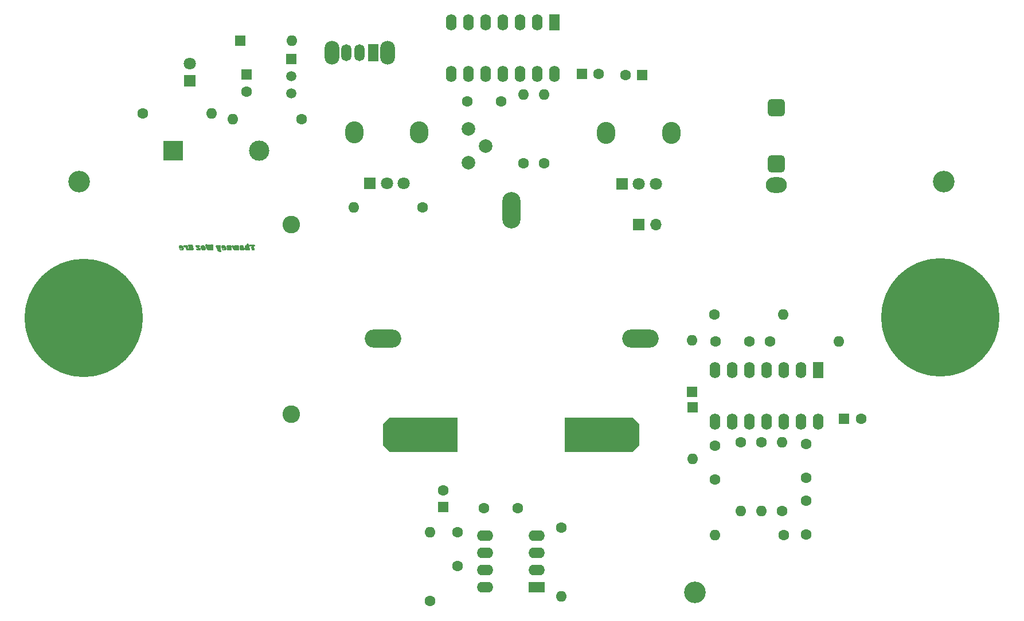
<source format=gbs>
G04 #@! TF.GenerationSoftware,KiCad,Pcbnew,8.0.3*
G04 #@! TF.CreationDate,2024-06-30T20:16:38+01:00*
G04 #@! TF.ProjectId,theremin,74686572-656d-4696-9e2e-6b696361645f,rev?*
G04 #@! TF.SameCoordinates,Original*
G04 #@! TF.FileFunction,Soldermask,Bot*
G04 #@! TF.FilePolarity,Negative*
%FSLAX46Y46*%
G04 Gerber Fmt 4.6, Leading zero omitted, Abs format (unit mm)*
G04 Created by KiCad (PCBNEW 8.0.3) date 2024-06-30 20:16:38*
%MOMM*%
%LPD*%
G01*
G04 APERTURE LIST*
G04 Aperture macros list*
%AMRoundRect*
0 Rectangle with rounded corners*
0 $1 Rounding radius*
0 $2 $3 $4 $5 $6 $7 $8 $9 X,Y pos of 4 corners*
0 Add a 4 corners polygon primitive as box body*
4,1,4,$2,$3,$4,$5,$6,$7,$8,$9,$2,$3,0*
0 Add four circle primitives for the rounded corners*
1,1,$1+$1,$2,$3*
1,1,$1+$1,$4,$5*
1,1,$1+$1,$6,$7*
1,1,$1+$1,$8,$9*
0 Add four rect primitives between the rounded corners*
20,1,$1+$1,$2,$3,$4,$5,0*
20,1,$1+$1,$4,$5,$6,$7,0*
20,1,$1+$1,$6,$7,$8,$9,0*
20,1,$1+$1,$8,$9,$2,$3,0*%
%AMOutline5P*
0 Free polygon, 5 corners , with rotation*
0 The origin of the aperture is its center*
0 number of corners: always 5*
0 $1 to $10 corner X, Y*
0 $11 Rotation angle, in degrees counterclockwise*
0 create outline with 5 corners*
4,1,5,$1,$2,$3,$4,$5,$6,$7,$8,$9,$10,$1,$2,$11*%
%AMOutline6P*
0 Free polygon, 6 corners , with rotation*
0 The origin of the aperture is its center*
0 number of corners: always 6*
0 $1 to $12 corner X, Y*
0 $13 Rotation angle, in degrees counterclockwise*
0 create outline with 6 corners*
4,1,6,$1,$2,$3,$4,$5,$6,$7,$8,$9,$10,$11,$12,$1,$2,$13*%
%AMOutline7P*
0 Free polygon, 7 corners , with rotation*
0 The origin of the aperture is its center*
0 number of corners: always 7*
0 $1 to $14 corner X, Y*
0 $15 Rotation angle, in degrees counterclockwise*
0 create outline with 7 corners*
4,1,7,$1,$2,$3,$4,$5,$6,$7,$8,$9,$10,$11,$12,$13,$14,$1,$2,$15*%
%AMOutline8P*
0 Free polygon, 8 corners , with rotation*
0 The origin of the aperture is its center*
0 number of corners: always 8*
0 $1 to $16 corner X, Y*
0 $17 Rotation angle, in degrees counterclockwise*
0 create outline with 8 corners*
4,1,8,$1,$2,$3,$4,$5,$6,$7,$8,$9,$10,$11,$12,$13,$14,$15,$16,$1,$2,$17*%
G04 Aperture macros list end*
%ADD10C,0.150000*%
%ADD11C,3.200000*%
%ADD12R,1.600000X1.600000*%
%ADD13O,1.600000X1.600000*%
%ADD14C,1.600000*%
%ADD15R,1.800000X1.800000*%
%ADD16C,1.800000*%
%ADD17Outline6P,-5.520000X2.540000X4.504000X2.540000X5.520000X1.524000X5.520000X-1.524000X4.504000X-2.540000X-5.520000X-2.540000X180.000000*%
%ADD18Outline6P,-5.520000X2.540000X4.504000X2.540000X5.520000X1.524000X5.520000X-1.524000X4.504000X-2.540000X-5.520000X-2.540000X0.000000*%
%ADD19O,5.393000X2.692000*%
%ADD20O,2.692000X5.393000*%
%ADD21C,2.000000*%
%ADD22R,2.400000X1.600000*%
%ADD23O,2.400000X1.600000*%
%ADD24C,6.000000*%
%ADD25C,17.500000*%
%ADD26R,1.700000X1.700000*%
%ADD27O,1.700000X1.700000*%
%ADD28R,1.500000X1.500000*%
%ADD29C,1.500000*%
%ADD30R,1.600000X2.400000*%
%ADD31O,1.600000X2.400000*%
%ADD32O,2.200000X3.500000*%
%ADD33R,1.500000X2.500000*%
%ADD34O,1.500000X2.500000*%
%ADD35O,2.720000X3.240000*%
%ADD36O,3.100000X2.300000*%
%ADD37RoundRect,0.650000X-0.650000X-0.650000X0.650000X-0.650000X0.650000X0.650000X-0.650000X0.650000X0*%
%ADD38C,2.600000*%
%ADD39R,3.000000X3.000000*%
%ADD40C,3.000000*%
G04 APERTURE END LIST*
D10*
G36*
X115702566Y-74896863D02*
G01*
X115803194Y-75379732D01*
X115847307Y-75406505D01*
X115895274Y-75425893D01*
X115943543Y-75437912D01*
X115993466Y-75443568D01*
X116024967Y-75444456D01*
X116076235Y-75439716D01*
X116122628Y-75423884D01*
X116143669Y-75410750D01*
X116175565Y-75373110D01*
X116182778Y-75323876D01*
X116180305Y-75307680D01*
X116088470Y-74865356D01*
X116245274Y-74865356D01*
X116262136Y-74815131D01*
X116267050Y-74761846D01*
X116261150Y-74710750D01*
X116247919Y-74663593D01*
X116226044Y-74616683D01*
X116222803Y-74611344D01*
X116193345Y-74571825D01*
X116165406Y-74545886D01*
X115470535Y-74545886D01*
X115457018Y-74594435D01*
X115453927Y-74620625D01*
X115453824Y-74669929D01*
X115459300Y-74708064D01*
X115473946Y-74758622D01*
X115496901Y-74802323D01*
X115518896Y-74827254D01*
X115562616Y-74854603D01*
X115613635Y-74865207D01*
X115620989Y-74865356D01*
X115817849Y-74865356D01*
X115821757Y-74875614D01*
X115811010Y-74891979D01*
X115760520Y-74896787D01*
X115748972Y-74896863D01*
X115702566Y-74896863D01*
G37*
G36*
X114794471Y-75092013D02*
G01*
X114801375Y-75141490D01*
X114800333Y-75171637D01*
X114776677Y-75215698D01*
X114772489Y-75219020D01*
X114774443Y-75232209D01*
X114776886Y-75244421D01*
X114791550Y-75294404D01*
X114816136Y-75342146D01*
X114849452Y-75381683D01*
X114861150Y-75391944D01*
X114903382Y-75419636D01*
X114949478Y-75437071D01*
X114999438Y-75444251D01*
X115009893Y-75444456D01*
X115062861Y-75438684D01*
X115109320Y-75419221D01*
X115136411Y-75395607D01*
X115161840Y-75350511D01*
X115169931Y-75297694D01*
X115166099Y-75247334D01*
X115162301Y-75226591D01*
X115151110Y-75178708D01*
X115140319Y-75141839D01*
X115125166Y-75094730D01*
X115123466Y-75089327D01*
X115113452Y-75059773D01*
X115103194Y-75019229D01*
X115102217Y-74980639D01*
X115119314Y-74968915D01*
X115142273Y-74974533D01*
X115156683Y-75086396D01*
X115173745Y-75135066D01*
X115188325Y-75185698D01*
X115199426Y-75233430D01*
X115206122Y-75285211D01*
X115203420Y-75338014D01*
X115194541Y-75375091D01*
X115237131Y-75405438D01*
X115284545Y-75427115D01*
X115336782Y-75440121D01*
X115386447Y-75444388D01*
X115393843Y-75444456D01*
X115444779Y-75438450D01*
X115490166Y-75418548D01*
X115503997Y-75408064D01*
X115534678Y-75366804D01*
X115541236Y-75315259D01*
X115538679Y-75298643D01*
X115372106Y-74497038D01*
X115325047Y-74476622D01*
X115288086Y-74465531D01*
X115237636Y-74455811D01*
X115193808Y-74453074D01*
X115144643Y-74456739D01*
X115096584Y-74470522D01*
X115072420Y-74484093D01*
X115041405Y-74521967D01*
X115034699Y-74571902D01*
X115037249Y-74588385D01*
X115050682Y-74653598D01*
X115102467Y-74661872D01*
X115151056Y-74679016D01*
X115169872Y-74688036D01*
X115211775Y-74715913D01*
X115226537Y-74738106D01*
X115224094Y-74751539D01*
X115213103Y-74758866D01*
X115172376Y-74727908D01*
X115128425Y-74705328D01*
X115121512Y-74702446D01*
X115073649Y-74687739D01*
X115025175Y-74680818D01*
X114994995Y-74679732D01*
X114944665Y-74682823D01*
X114896033Y-74693148D01*
X114872385Y-74701713D01*
X114828410Y-74726432D01*
X114792320Y-74762279D01*
X114777863Y-74785489D01*
X114761543Y-74831923D01*
X114756243Y-74885132D01*
X114760895Y-74938812D01*
X114764429Y-74957924D01*
X114794471Y-75092013D01*
G37*
G36*
X114297481Y-74664657D02*
G01*
X114348476Y-74667061D01*
X114398613Y-74672900D01*
X114447891Y-74682174D01*
X114480893Y-74690113D01*
X114531920Y-74704865D01*
X114579293Y-74722474D01*
X114592991Y-74748327D01*
X114606893Y-74795991D01*
X114613472Y-74837696D01*
X114614493Y-74888858D01*
X114603718Y-74940094D01*
X114572763Y-74925901D01*
X114523593Y-74910116D01*
X114471140Y-74900939D01*
X114421757Y-74898329D01*
X114396374Y-74898812D01*
X114345553Y-74904435D01*
X114320884Y-74928371D01*
X114325281Y-74940094D01*
X114350682Y-74934721D01*
X114375295Y-74931523D01*
X114424688Y-74929103D01*
X114479978Y-74932935D01*
X114531544Y-74944430D01*
X114579385Y-74963588D01*
X114623501Y-74990408D01*
X114645659Y-75008261D01*
X114679402Y-75043727D01*
X114706740Y-75084570D01*
X114727674Y-75130788D01*
X114742203Y-75182383D01*
X114748815Y-75226897D01*
X114748281Y-75280264D01*
X114734907Y-75332127D01*
X114708009Y-75375335D01*
X114674060Y-75405575D01*
X114626232Y-75429268D01*
X114575155Y-75441148D01*
X114523850Y-75444456D01*
X114482253Y-75442563D01*
X114432783Y-75433779D01*
X114385853Y-75414170D01*
X114400508Y-75370939D01*
X114372908Y-75348224D01*
X114361128Y-75382540D01*
X114327235Y-75419787D01*
X114289371Y-75437494D01*
X114239063Y-75444456D01*
X114193406Y-75439757D01*
X114146323Y-75423734D01*
X114102531Y-75396340D01*
X114086014Y-75382105D01*
X114051401Y-75340574D01*
X114028405Y-75295937D01*
X114013138Y-75244421D01*
X114010696Y-75232209D01*
X114008742Y-75219020D01*
X114012929Y-75215698D01*
X114036586Y-75171637D01*
X114037628Y-75141490D01*
X114035427Y-75125719D01*
X114337249Y-75125719D01*
X114356300Y-75165286D01*
X114392448Y-75176521D01*
X114419803Y-75151609D01*
X114386097Y-75125719D01*
X114337249Y-75125719D01*
X114035427Y-75125719D01*
X114030724Y-75092013D01*
X114002636Y-74957436D01*
X113999396Y-74940161D01*
X113994247Y-74883638D01*
X113998728Y-74833238D01*
X114015642Y-74783138D01*
X114045134Y-74741036D01*
X114087007Y-74707590D01*
X114133838Y-74686164D01*
X114181551Y-74673622D01*
X114236254Y-74666455D01*
X114287179Y-74664588D01*
X114297481Y-74664657D01*
G37*
G36*
X113628944Y-75049271D02*
G01*
X113636872Y-75098086D01*
X113637004Y-75103004D01*
X113619663Y-75124986D01*
X113613313Y-75124986D01*
X113606963Y-75123521D01*
X113598819Y-75074334D01*
X113597926Y-75070032D01*
X113586556Y-75020117D01*
X113574214Y-74969776D01*
X113570570Y-74955237D01*
X113558377Y-74904673D01*
X113545982Y-74850027D01*
X113533934Y-74794724D01*
X113522714Y-74741759D01*
X113518791Y-74722963D01*
X113475271Y-74700412D01*
X113425059Y-74684011D01*
X113372890Y-74676722D01*
X113356858Y-74676312D01*
X113307001Y-74680746D01*
X113258588Y-74698377D01*
X113251101Y-74703179D01*
X113217887Y-74740514D01*
X113206160Y-74779383D01*
X113217991Y-74827678D01*
X113230584Y-74874882D01*
X113246182Y-74926722D01*
X113261530Y-74974473D01*
X113279616Y-75026373D01*
X113297342Y-75072383D01*
X113317566Y-75118617D01*
X113326083Y-75135977D01*
X113311184Y-75140129D01*
X113296774Y-75134512D01*
X113271316Y-75092056D01*
X113250407Y-75040916D01*
X113231687Y-74988238D01*
X113225944Y-74971113D01*
X113210757Y-74921797D01*
X113195166Y-74869949D01*
X113180152Y-74818192D01*
X113166839Y-74769527D01*
X113164394Y-74760087D01*
X113154381Y-74720276D01*
X113108750Y-74697676D01*
X113079642Y-74688524D01*
X113031289Y-74678995D01*
X112988051Y-74676312D01*
X112938484Y-74681565D01*
X112891514Y-74701316D01*
X112868861Y-74720764D01*
X112843923Y-74765196D01*
X112840022Y-74816752D01*
X112843459Y-74839222D01*
X112857744Y-74890564D01*
X112875481Y-74939165D01*
X112896460Y-74989676D01*
X112918228Y-75038173D01*
X112942256Y-75088167D01*
X112965133Y-75133138D01*
X112989740Y-75179255D01*
X112997088Y-75192642D01*
X113021722Y-75236549D01*
X113046612Y-75279116D01*
X113072830Y-75320905D01*
X113087946Y-75342607D01*
X113121973Y-75381647D01*
X113160385Y-75412004D01*
X113181736Y-75423207D01*
X113228960Y-75436965D01*
X113280379Y-75443128D01*
X113324374Y-75444456D01*
X113375527Y-75440884D01*
X113396425Y-75438106D01*
X113444411Y-75428950D01*
X113455288Y-75425161D01*
X113469484Y-75377762D01*
X113474339Y-75356528D01*
X113483879Y-75307852D01*
X113487039Y-75286431D01*
X113517081Y-75309145D01*
X113514883Y-75339676D01*
X113509021Y-75373625D01*
X113523920Y-75395363D01*
X113547612Y-75425893D01*
X113595285Y-75437205D01*
X113644038Y-75442643D01*
X113694931Y-75444438D01*
X113700996Y-75444456D01*
X113753227Y-75442215D01*
X113804871Y-75434468D01*
X113853910Y-75419555D01*
X113861952Y-75416124D01*
X113881761Y-75371334D01*
X113898325Y-75321868D01*
X113910324Y-75273973D01*
X113917639Y-75235628D01*
X113924046Y-75186757D01*
X113928091Y-75132252D01*
X113929680Y-75081049D01*
X113929534Y-75025708D01*
X113928087Y-74976429D01*
X113927653Y-74966228D01*
X113944747Y-74918532D01*
X113948286Y-74868897D01*
X113942552Y-74824079D01*
X113928232Y-74774300D01*
X113906946Y-74728767D01*
X113878696Y-74687480D01*
X113872210Y-74679732D01*
X113709789Y-74679732D01*
X113656685Y-74684240D01*
X113610340Y-74701550D01*
X113586202Y-74725893D01*
X113574119Y-74776189D01*
X113578538Y-74826633D01*
X113581317Y-74841176D01*
X113628944Y-75049271D01*
G37*
G36*
X112116348Y-75092013D02*
G01*
X112123252Y-75141490D01*
X112122210Y-75171637D01*
X112098554Y-75215698D01*
X112094367Y-75219020D01*
X112096565Y-75232209D01*
X112099007Y-75244421D01*
X112113671Y-75294404D01*
X112138258Y-75342146D01*
X112171574Y-75381683D01*
X112183271Y-75391944D01*
X112225374Y-75419636D01*
X112271389Y-75437071D01*
X112321316Y-75444251D01*
X112331771Y-75444456D01*
X112384767Y-75438684D01*
X112431324Y-75419221D01*
X112458533Y-75395607D01*
X112483823Y-75350511D01*
X112491837Y-75297694D01*
X112487978Y-75247334D01*
X112484178Y-75226591D01*
X112473056Y-75178708D01*
X112462441Y-75141839D01*
X112447287Y-75094730D01*
X112445588Y-75089327D01*
X112435574Y-75059773D01*
X112425071Y-75019229D01*
X112424094Y-74980639D01*
X112441191Y-74968915D01*
X112464150Y-74974533D01*
X112478805Y-75086396D01*
X112495867Y-75135066D01*
X112510447Y-75185698D01*
X112521547Y-75233430D01*
X112528243Y-75285211D01*
X112525541Y-75338014D01*
X112516662Y-75375091D01*
X112559252Y-75405438D01*
X112606666Y-75427115D01*
X112658903Y-75440121D01*
X112708568Y-75444388D01*
X112715965Y-75444456D01*
X112766860Y-75438450D01*
X112812114Y-75418548D01*
X112825874Y-75408064D01*
X112856722Y-75366804D01*
X112863354Y-75315259D01*
X112860801Y-75298643D01*
X112791924Y-74966228D01*
X112806932Y-74915596D01*
X112808044Y-74865890D01*
X112802182Y-74825789D01*
X112787933Y-74775776D01*
X112766863Y-74730152D01*
X112738970Y-74688917D01*
X112732573Y-74681197D01*
X112612894Y-74681197D01*
X112563796Y-74694027D01*
X112539133Y-74717589D01*
X112573765Y-74753045D01*
X112578456Y-74764240D01*
X112559405Y-74785489D01*
X112525035Y-74748944D01*
X112483110Y-74717345D01*
X112450961Y-74699027D01*
X112403183Y-74679420D01*
X112353212Y-74667952D01*
X112305881Y-74664588D01*
X112251125Y-74668237D01*
X112203360Y-74679182D01*
X112157982Y-74700217D01*
X112128805Y-74722963D01*
X112097588Y-74764789D01*
X112079895Y-74816752D01*
X112075509Y-74870534D01*
X112079991Y-74922809D01*
X112085085Y-74951085D01*
X112116348Y-75092013D01*
G37*
G36*
X111607332Y-74662058D02*
G01*
X111665068Y-74669168D01*
X111720366Y-74683387D01*
X111773226Y-74704716D01*
X111823647Y-74733155D01*
X111863801Y-74762286D01*
X111880426Y-74776141D01*
X111918657Y-74813400D01*
X111952129Y-74854403D01*
X111980843Y-74899152D01*
X112004799Y-74947645D01*
X112023996Y-74999883D01*
X112038435Y-75055866D01*
X112046045Y-75100921D01*
X112049997Y-75153784D01*
X112047772Y-75202806D01*
X112036947Y-75256564D01*
X112017226Y-75304793D01*
X111988609Y-75347491D01*
X111965666Y-75372278D01*
X111925354Y-75403262D01*
X111877967Y-75426809D01*
X111823505Y-75442921D01*
X111772715Y-75450667D01*
X111717011Y-75453249D01*
X111676216Y-75452235D01*
X111624841Y-75447732D01*
X111571168Y-75438360D01*
X111521861Y-75424428D01*
X111488382Y-75411527D01*
X111443021Y-75387953D01*
X111400717Y-75359948D01*
X111396667Y-75350365D01*
X111382887Y-75303284D01*
X111379577Y-75282618D01*
X111378002Y-75232453D01*
X111378261Y-75227694D01*
X111392901Y-75179208D01*
X111397805Y-75182175D01*
X111442807Y-75204127D01*
X111490598Y-75220729D01*
X111516771Y-75227582D01*
X111567611Y-75235842D01*
X111617116Y-75238315D01*
X111633683Y-75238025D01*
X111683570Y-75233076D01*
X111733620Y-75219752D01*
X111742442Y-75216515D01*
X111778805Y-75181895D01*
X111770501Y-75166752D01*
X111763178Y-75171661D01*
X111717617Y-75193003D01*
X111668435Y-75204089D01*
X111617849Y-75207296D01*
X111602045Y-75207077D01*
X111549319Y-75202852D01*
X111500612Y-75193252D01*
X111449871Y-75175697D01*
X111404381Y-75151120D01*
X111398662Y-75147324D01*
X111357701Y-75112901D01*
X111325259Y-75071273D01*
X111301335Y-75022440D01*
X111287388Y-74973800D01*
X111285507Y-74962076D01*
X111590005Y-74962076D01*
X111629084Y-74988210D01*
X111669628Y-74976487D01*
X111663809Y-74963206D01*
X111620535Y-74937408D01*
X111590005Y-74962076D01*
X111285507Y-74962076D01*
X111282202Y-74941476D01*
X111281078Y-74888031D01*
X111290076Y-74838560D01*
X111309195Y-74793063D01*
X111338435Y-74751539D01*
X111370729Y-74720827D01*
X111415721Y-74693028D01*
X111468590Y-74673877D01*
X111520175Y-74664346D01*
X111577549Y-74661169D01*
X111607332Y-74662058D01*
G37*
G36*
X110927863Y-75085175D02*
G01*
X110931038Y-75100806D01*
X110933969Y-75116682D01*
X110919803Y-75120101D01*
X110893913Y-75089815D01*
X110882617Y-75038875D01*
X110869733Y-74986928D01*
X110855262Y-74933973D01*
X110841297Y-74886811D01*
X110839203Y-74880011D01*
X110822793Y-74828659D01*
X110805681Y-74778332D01*
X110788346Y-74731659D01*
X110780340Y-74711972D01*
X110733895Y-74689027D01*
X110685963Y-74676434D01*
X110632592Y-74671711D01*
X110626956Y-74671672D01*
X110575068Y-74675202D01*
X110525334Y-74688757D01*
X110494332Y-74707819D01*
X110465450Y-74747448D01*
X110462824Y-74794526D01*
X110478538Y-74843749D01*
X110496398Y-74893964D01*
X110514121Y-74942564D01*
X110524374Y-74970381D01*
X110543685Y-75019940D01*
X110563915Y-75070310D01*
X110585063Y-75121491D01*
X110607130Y-75173484D01*
X110630115Y-75226287D01*
X110654018Y-75279901D01*
X110663836Y-75301574D01*
X110686288Y-75346680D01*
X110710991Y-75391963D01*
X110715371Y-75399759D01*
X110741944Y-75444181D01*
X110770344Y-75485483D01*
X110785469Y-75504784D01*
X110819311Y-75542968D01*
X110861008Y-75582398D01*
X110903890Y-75614856D01*
X110947957Y-75640341D01*
X110993208Y-75658854D01*
X111016279Y-75665496D01*
X111066721Y-75675346D01*
X111116323Y-75679681D01*
X111130340Y-75679906D01*
X111180547Y-75676471D01*
X111228016Y-75664396D01*
X111273073Y-75637831D01*
X111285923Y-75624951D01*
X111312046Y-75580915D01*
X111318580Y-75528977D01*
X111314988Y-75502341D01*
X111299757Y-75453116D01*
X111274887Y-75405852D01*
X111243913Y-75364588D01*
X111206300Y-75361902D01*
X111157165Y-75366076D01*
X111140842Y-75368741D01*
X111088837Y-75379012D01*
X111039085Y-75388662D01*
X111031422Y-75389990D01*
X111021896Y-75391944D01*
X111006753Y-75392921D01*
X110989412Y-75387547D01*
X110978177Y-75365321D01*
X111130096Y-75334547D01*
X111171756Y-75302416D01*
X111199279Y-75258430D01*
X111210207Y-75230743D01*
X111223534Y-75177666D01*
X111230211Y-75124086D01*
X111232232Y-75072858D01*
X111230835Y-75016736D01*
X111227060Y-74966228D01*
X111244153Y-74918635D01*
X111247693Y-74869276D01*
X111241959Y-74824812D01*
X111227767Y-74775314D01*
X111206563Y-74730015D01*
X111178346Y-74688914D01*
X111171861Y-74681197D01*
X110999182Y-74681197D01*
X110950285Y-74686158D01*
X110902553Y-74707442D01*
X110879991Y-74732000D01*
X110863810Y-74778589D01*
X110861723Y-74829301D01*
X110862650Y-74842642D01*
X110879294Y-74895070D01*
X110894607Y-74947848D01*
X110908586Y-75000977D01*
X110921234Y-75054457D01*
X110927863Y-75085175D01*
G37*
G36*
X109882748Y-75443723D02*
G01*
X109931823Y-75442030D01*
X109981488Y-75435298D01*
X109989482Y-75433465D01*
X110035968Y-75417987D01*
X110069838Y-75392921D01*
X110081945Y-75340711D01*
X110092438Y-75286664D01*
X110101316Y-75230779D01*
X110108581Y-75173056D01*
X110113401Y-75123551D01*
X110115755Y-75093235D01*
X110118972Y-75036708D01*
X110120930Y-74979723D01*
X110121629Y-74922280D01*
X110121068Y-74864379D01*
X110119247Y-74806020D01*
X110116167Y-74747204D01*
X110111828Y-74687929D01*
X110106230Y-74628196D01*
X110068149Y-74592493D01*
X110026593Y-74566205D01*
X110009021Y-74557854D01*
X109961059Y-74541566D01*
X109910839Y-74533582D01*
X109886900Y-74532697D01*
X109836378Y-74535692D01*
X109785176Y-74547485D01*
X109742552Y-74570555D01*
X109712799Y-74609851D01*
X109706889Y-74661490D01*
X109709579Y-74678510D01*
X109723771Y-74728882D01*
X109736718Y-74778656D01*
X109749879Y-74831651D01*
X109761725Y-74880896D01*
X109773884Y-74933451D01*
X109784806Y-74982991D01*
X109791401Y-75014344D01*
X109794576Y-75049759D01*
X109778456Y-75062460D01*
X109765023Y-75060262D01*
X109761359Y-75039745D01*
X109756474Y-75015810D01*
X109745269Y-74964076D01*
X109734113Y-74915678D01*
X109721694Y-74864359D01*
X109708013Y-74810118D01*
X109701764Y-74785977D01*
X109687460Y-74732190D01*
X109674255Y-74684738D01*
X109658891Y-74633035D01*
X109645344Y-74591804D01*
X109600702Y-74571583D01*
X109553485Y-74558850D01*
X109503692Y-74553608D01*
X109493424Y-74553458D01*
X109440916Y-74556200D01*
X109390247Y-74566510D01*
X109365197Y-74576661D01*
X109328049Y-74609705D01*
X109318592Y-74657730D01*
X109319035Y-74661169D01*
X109332797Y-74711418D01*
X109348069Y-74761049D01*
X109359091Y-74793793D01*
X109375492Y-74840993D01*
X109392054Y-74888010D01*
X109410191Y-74938939D01*
X109412092Y-74944247D01*
X109429074Y-74991869D01*
X109445797Y-75039547D01*
X109451659Y-75056842D01*
X109437981Y-75059773D01*
X109420396Y-75052935D01*
X109401589Y-75019718D01*
X109382791Y-74971060D01*
X109364437Y-74921256D01*
X109346526Y-74870307D01*
X109329060Y-74818213D01*
X109319279Y-74787931D01*
X109302965Y-74736106D01*
X109288218Y-74687273D01*
X109273281Y-74635127D01*
X109260389Y-74586889D01*
X109257486Y-74575440D01*
X109209520Y-74552900D01*
X109160028Y-74539752D01*
X109111008Y-74533741D01*
X109077967Y-74532697D01*
X109027344Y-74537372D01*
X108978435Y-74555324D01*
X108947542Y-74580569D01*
X108922767Y-74624668D01*
X108917214Y-74674963D01*
X108921652Y-74708552D01*
X108937046Y-74759094D01*
X108954319Y-74805700D01*
X108973319Y-74853865D01*
X108996504Y-74910510D01*
X109018066Y-74961930D01*
X109029852Y-74989676D01*
X109051432Y-75040280D01*
X109072147Y-75087589D01*
X109094762Y-75137621D01*
X109116248Y-75183348D01*
X109121443Y-75194107D01*
X109145228Y-75242140D01*
X109168858Y-75286745D01*
X109184457Y-75313053D01*
X109215021Y-75352638D01*
X109253655Y-75387475D01*
X109297542Y-75413193D01*
X109347374Y-75430575D01*
X109398436Y-75440116D01*
X109449082Y-75443604D01*
X109460940Y-75443723D01*
X109512288Y-75439144D01*
X109546669Y-75432000D01*
X109594702Y-75417131D01*
X109617744Y-75405866D01*
X109631387Y-75356824D01*
X109634353Y-75341385D01*
X109641174Y-75291986D01*
X109641680Y-75276173D01*
X109673920Y-75304993D01*
X109673651Y-75355771D01*
X109669768Y-75386082D01*
X109714037Y-75411300D01*
X109764290Y-75429313D01*
X109813170Y-75439164D01*
X109866631Y-75443498D01*
X109882748Y-75443723D01*
G37*
G36*
X108551520Y-74658902D02*
G01*
X108602328Y-74663625D01*
X108651073Y-74673595D01*
X108697755Y-74688812D01*
X108742373Y-74709277D01*
X108784928Y-74734990D01*
X108825420Y-74765949D01*
X108840832Y-74779689D01*
X108876374Y-74816718D01*
X108907646Y-74857575D01*
X108934649Y-74902260D01*
X108957382Y-74950773D01*
X108975846Y-75003115D01*
X108990040Y-75059285D01*
X108997711Y-75104542D01*
X109001739Y-75157712D01*
X108999590Y-75207100D01*
X108988857Y-75261377D01*
X108969228Y-75310209D01*
X108940703Y-75353598D01*
X108935652Y-75359728D01*
X108895274Y-75397195D01*
X108846107Y-75425124D01*
X108796968Y-75441473D01*
X108741372Y-75450816D01*
X108690110Y-75453249D01*
X108637816Y-75450667D01*
X108587943Y-75442921D01*
X108540491Y-75430011D01*
X108486744Y-75407703D01*
X108436483Y-75377959D01*
X108397263Y-75347491D01*
X108382358Y-75333984D01*
X108347985Y-75297693D01*
X108317739Y-75257801D01*
X108291618Y-75214307D01*
X108269625Y-75167212D01*
X108251757Y-75116515D01*
X108238016Y-75062216D01*
X108232044Y-75029107D01*
X108226689Y-74976578D01*
X108227117Y-74954993D01*
X108576781Y-74954993D01*
X108580319Y-74993238D01*
X108589482Y-75042432D01*
X108609998Y-75140618D01*
X108620256Y-75166752D01*
X108637109Y-75174323D01*
X108651519Y-75169683D01*
X108626362Y-75049271D01*
X108624764Y-75041339D01*
X108616383Y-74990987D01*
X108609754Y-74940094D01*
X108591924Y-74933256D01*
X108576781Y-74954993D01*
X108227117Y-74954993D01*
X108227852Y-74917920D01*
X108237291Y-74864036D01*
X108255008Y-74814926D01*
X108281003Y-74770590D01*
X108296934Y-74750555D01*
X108333433Y-74716397D01*
X108376115Y-74690122D01*
X108424978Y-74671729D01*
X108480025Y-74661219D01*
X108530619Y-74658482D01*
X108551520Y-74658902D01*
G37*
G36*
X107507974Y-74857052D02*
G01*
X107522237Y-74904537D01*
X107524583Y-74911030D01*
X107543831Y-74957719D01*
X107549007Y-74967694D01*
X107585288Y-75004841D01*
X107623392Y-75039348D01*
X107663320Y-75071213D01*
X107705071Y-75100436D01*
X107729747Y-75115949D01*
X107779774Y-75119498D01*
X107828409Y-75126276D01*
X107859440Y-75134023D01*
X107902373Y-75157482D01*
X107905846Y-75164798D01*
X107901694Y-75181162D01*
X107854486Y-75164103D01*
X107818651Y-75156249D01*
X107768459Y-75149288D01*
X107721443Y-75146968D01*
X107591505Y-75146968D01*
X107580221Y-75195118D01*
X107578072Y-75216089D01*
X107578401Y-75266066D01*
X107581003Y-75283011D01*
X107596404Y-75332875D01*
X107622290Y-75376146D01*
X107647926Y-75400981D01*
X107692561Y-75424245D01*
X107742725Y-75431969D01*
X107746355Y-75432000D01*
X108225560Y-75432000D01*
X108247265Y-75385040D01*
X108254319Y-75330867D01*
X108251631Y-75280931D01*
X108243634Y-75232697D01*
X108229348Y-75182312D01*
X108211196Y-75136052D01*
X108201868Y-75115217D01*
X108160683Y-75079374D01*
X108118986Y-75046108D01*
X108079040Y-75016181D01*
X108035214Y-74984948D01*
X107995727Y-74957924D01*
X107955104Y-74929139D01*
X107937353Y-74916159D01*
X107952252Y-74900283D01*
X107962022Y-74901748D01*
X108005446Y-74927684D01*
X108047745Y-74959780D01*
X108056788Y-74966961D01*
X108140075Y-74966961D01*
X108153504Y-74915613D01*
X108155616Y-74866190D01*
X108150089Y-74824079D01*
X108135933Y-74776058D01*
X108117605Y-74738838D01*
X108088276Y-74698920D01*
X108069489Y-74681197D01*
X107515057Y-74681197D01*
X107500556Y-74731399D01*
X107498094Y-74780459D01*
X107503009Y-74830101D01*
X107507974Y-74857052D01*
G37*
G36*
X106764499Y-74545886D02*
G01*
X106376886Y-74545886D01*
X106364848Y-74593995D01*
X106362964Y-74617694D01*
X106364643Y-74667282D01*
X106367849Y-74687303D01*
X106381404Y-74734518D01*
X106406077Y-74780013D01*
X106416209Y-74791839D01*
X106458533Y-74820081D01*
X106497542Y-74826766D01*
X106768651Y-74826766D01*
X106797472Y-74846794D01*
X106798449Y-74852167D01*
X106798205Y-74857785D01*
X106477270Y-74857785D01*
X106467767Y-74907287D01*
X106467500Y-74911274D01*
X106470463Y-74961458D01*
X106472629Y-74973800D01*
X106485437Y-75021432D01*
X106506412Y-75069334D01*
X106528561Y-75101539D01*
X106674374Y-75101539D01*
X106726720Y-75102176D01*
X106776898Y-75104687D01*
X106814325Y-75109599D01*
X106861772Y-75122450D01*
X106862441Y-75122788D01*
X106874164Y-75138664D01*
X106868058Y-75153807D01*
X106820374Y-75141824D01*
X106791122Y-75137198D01*
X106741319Y-75133867D01*
X106691738Y-75132599D01*
X106680724Y-75132558D01*
X106491924Y-75132558D01*
X106476800Y-75180254D01*
X106474342Y-75229889D01*
X106480445Y-75274707D01*
X106493789Y-75323170D01*
X106510487Y-75364100D01*
X106535723Y-75406733D01*
X106559091Y-75432732D01*
X107062475Y-75432732D01*
X107114800Y-75427855D01*
X107163913Y-75409514D01*
X107187284Y-75391455D01*
X107214269Y-75348922D01*
X107220503Y-75297568D01*
X107215860Y-75262251D01*
X107080061Y-74609145D01*
X107044130Y-74574894D01*
X106996286Y-74561030D01*
X106946747Y-74553709D01*
X106892430Y-74549214D01*
X106836963Y-74546833D01*
X106783522Y-74545946D01*
X106764499Y-74545886D01*
G37*
G36*
X106275281Y-75441036D02*
G01*
X106325797Y-75437544D01*
X106373741Y-75424413D01*
X106396914Y-75411483D01*
X106428787Y-75373137D01*
X106431828Y-75323878D01*
X106431108Y-75320136D01*
X106357591Y-74966228D01*
X106372598Y-74915596D01*
X106373711Y-74865890D01*
X106367849Y-74825789D01*
X106353600Y-74775776D01*
X106332529Y-74730152D01*
X106304637Y-74688917D01*
X106298240Y-74681197D01*
X106195169Y-74681197D01*
X106143649Y-74688547D01*
X106101274Y-74718407D01*
X106092587Y-74733465D01*
X106125194Y-74771356D01*
X106132399Y-74782069D01*
X106153892Y-74824323D01*
X106151450Y-74843374D01*
X106134108Y-74849480D01*
X106110493Y-74804906D01*
X106079145Y-74762350D01*
X106042736Y-74727832D01*
X106015651Y-74709285D01*
X105970783Y-74687870D01*
X105921816Y-74675345D01*
X105873745Y-74671672D01*
X105821826Y-74675091D01*
X105773836Y-74686912D01*
X105729724Y-74712243D01*
X105726711Y-74714903D01*
X105723880Y-74767663D01*
X105729192Y-74820328D01*
X105734527Y-74849236D01*
X105747474Y-74897288D01*
X105767996Y-74946894D01*
X105795099Y-74993095D01*
X105842772Y-75009490D01*
X105862755Y-75014100D01*
X105912297Y-75021238D01*
X105945797Y-75022648D01*
X105995550Y-75020124D01*
X106018337Y-75016787D01*
X106063278Y-75006040D01*
X106071826Y-75021916D01*
X106062057Y-75037303D01*
X106020291Y-75048782D01*
X106091854Y-75393409D01*
X106140135Y-75416432D01*
X106191005Y-75431920D01*
X106244463Y-75439874D01*
X106275281Y-75441036D01*
G37*
G36*
X105324429Y-74662058D02*
G01*
X105382165Y-74669168D01*
X105437463Y-74683387D01*
X105490323Y-74704716D01*
X105540744Y-74733155D01*
X105580898Y-74762286D01*
X105597523Y-74776141D01*
X105635754Y-74813400D01*
X105669226Y-74854403D01*
X105697940Y-74899152D01*
X105721896Y-74947645D01*
X105741093Y-74999883D01*
X105755532Y-75055866D01*
X105763142Y-75100921D01*
X105767094Y-75153784D01*
X105764869Y-75202806D01*
X105754044Y-75256564D01*
X105734323Y-75304793D01*
X105705706Y-75347491D01*
X105682763Y-75372278D01*
X105642451Y-75403262D01*
X105595064Y-75426809D01*
X105540602Y-75442921D01*
X105489812Y-75450667D01*
X105434108Y-75453249D01*
X105393313Y-75452235D01*
X105341938Y-75447732D01*
X105288265Y-75438360D01*
X105238958Y-75424428D01*
X105205479Y-75411527D01*
X105160118Y-75387953D01*
X105117814Y-75359948D01*
X105113764Y-75350365D01*
X105099984Y-75303284D01*
X105096674Y-75282618D01*
X105095099Y-75232453D01*
X105095358Y-75227694D01*
X105109998Y-75179208D01*
X105114902Y-75182175D01*
X105159904Y-75204127D01*
X105207695Y-75220729D01*
X105233868Y-75227582D01*
X105284708Y-75235842D01*
X105334213Y-75238315D01*
X105350780Y-75238025D01*
X105400667Y-75233076D01*
X105450717Y-75219752D01*
X105459539Y-75216515D01*
X105495902Y-75181895D01*
X105487598Y-75166752D01*
X105480275Y-75171661D01*
X105434714Y-75193003D01*
X105385532Y-75204089D01*
X105334946Y-75207296D01*
X105319142Y-75207077D01*
X105266416Y-75202852D01*
X105217709Y-75193252D01*
X105166968Y-75175697D01*
X105121478Y-75151120D01*
X105115759Y-75147324D01*
X105074798Y-75112901D01*
X105042356Y-75071273D01*
X105018432Y-75022440D01*
X105004485Y-74973800D01*
X105002604Y-74962076D01*
X105307102Y-74962076D01*
X105346181Y-74988210D01*
X105386725Y-74976487D01*
X105380906Y-74963206D01*
X105337632Y-74937408D01*
X105307102Y-74962076D01*
X105002604Y-74962076D01*
X104999299Y-74941476D01*
X104998175Y-74888031D01*
X105007173Y-74838560D01*
X105026292Y-74793063D01*
X105055532Y-74751539D01*
X105087826Y-74720827D01*
X105132818Y-74693028D01*
X105185687Y-74673877D01*
X105237272Y-74664346D01*
X105294646Y-74661169D01*
X105324429Y-74662058D01*
G37*
D11*
G04 #@! TO.C,EF\u002A\u002A*
X90316000Y-65302000D03*
G04 #@! TD*
G04 #@! TO.C,EF\u002A\u002A*
X218016000Y-65302000D03*
G04 #@! TD*
G04 #@! TO.C,EF\u002A\u002A*
X181216000Y-126002000D03*
G04 #@! TD*
D12*
G04 #@! TO.C,D1*
X180816000Y-96312000D03*
D13*
X180816000Y-88692000D03*
G04 #@! TD*
D14*
G04 #@! TO.C,R9*
X142128000Y-127226000D03*
D13*
X142128000Y-117066000D03*
G04 #@! TD*
D15*
G04 #@! TO.C,D3*
X106616000Y-50342000D03*
D16*
X106616000Y-47802000D03*
G04 #@! TD*
D14*
G04 #@! TO.C,R2*
X184116000Y-84884000D03*
D13*
X194276000Y-84884000D03*
G04 #@! TD*
D17*
G04 #@! TO.C,LS1*
X140692000Y-102656600D03*
D18*
X167492000Y-102696600D03*
D19*
X135162000Y-88466600D03*
D20*
X154162000Y-69466600D03*
D19*
X173162000Y-88466600D03*
G04 #@! TD*
D21*
G04 #@! TO.C,RV1*
X147806000Y-57512000D03*
X150306000Y-60012000D03*
X147806000Y-62512000D03*
G04 #@! TD*
D14*
G04 #@! TO.C,R8*
X194082000Y-113978000D03*
D13*
X194082000Y-103818000D03*
G04 #@! TD*
D14*
G04 #@! TO.C,R7*
X191034000Y-103818000D03*
D13*
X191034000Y-113978000D03*
G04 #@! TD*
D22*
G04 #@! TO.C,U3*
X157866000Y-125184000D03*
D23*
X157866000Y-122644000D03*
X157866000Y-120104000D03*
X157866000Y-117564000D03*
X150246000Y-117564000D03*
X150246000Y-120104000D03*
X150246000Y-122644000D03*
X150246000Y-125184000D03*
G04 #@! TD*
D24*
G04 #@! TO.C,H1*
X90941248Y-82370649D03*
X90941248Y-88370649D03*
D25*
X90966000Y-85384000D03*
G04 #@! TD*
D26*
G04 #@! TO.C,J3*
X172941000Y-71602000D03*
D27*
X175481000Y-71602000D03*
G04 #@! TD*
D14*
G04 #@! TO.C,R10*
X123120000Y-56024000D03*
D13*
X112960000Y-56024000D03*
G04 #@! TD*
D12*
G04 #@! TO.C,C9*
X203272900Y-100368000D03*
D14*
X205772900Y-100368000D03*
G04 #@! TD*
G04 #@! TO.C,R11*
X141018000Y-69052000D03*
D13*
X130858000Y-69052000D03*
G04 #@! TD*
D14*
G04 #@! TO.C,R5*
X187986000Y-103818000D03*
D13*
X187986000Y-113978000D03*
G04 #@! TD*
D14*
G04 #@! TO.C,R4*
X155894000Y-62592000D03*
D13*
X155894000Y-52432000D03*
G04 #@! TD*
D12*
G04 #@! TO.C,D4*
X114072000Y-44484000D03*
D13*
X121692000Y-44484000D03*
G04 #@! TD*
D14*
G04 #@! TO.C,C1*
X184276000Y-88884000D03*
X189276000Y-88884000D03*
G04 #@! TD*
G04 #@! TO.C,C3*
X184176000Y-104326000D03*
X184176000Y-109326000D03*
G04 #@! TD*
D28*
G04 #@! TO.C,U4*
X121596000Y-47134000D03*
D29*
X121596000Y-49674000D03*
X121596000Y-52214000D03*
G04 #@! TD*
D14*
G04 #@! TO.C,R1*
X192316000Y-88884000D03*
D13*
X202476000Y-88884000D03*
G04 #@! TD*
D12*
G04 #@! TO.C,C6*
X173446000Y-49484000D03*
D14*
X170946000Y-49484000D03*
G04 #@! TD*
G04 #@! TO.C,R3*
X158942000Y-62592000D03*
D13*
X158942000Y-52432000D03*
G04 #@! TD*
D12*
G04 #@! TO.C,D2*
X180858000Y-98634000D03*
D13*
X180858000Y-106254000D03*
G04 #@! TD*
D14*
G04 #@! TO.C,R12*
X161484000Y-116386000D03*
D13*
X161484000Y-126546000D03*
G04 #@! TD*
D30*
G04 #@! TO.C,U2*
X160466000Y-41764000D03*
D31*
X157926000Y-41764000D03*
X155386000Y-41764000D03*
X152846000Y-41764000D03*
X150306000Y-41764000D03*
X147766000Y-41764000D03*
X145226000Y-41764000D03*
X145226000Y-49384000D03*
X147766000Y-49384000D03*
X150306000Y-49384000D03*
X152846000Y-49384000D03*
X155386000Y-49384000D03*
X157926000Y-49384000D03*
X160466000Y-49384000D03*
G04 #@! TD*
D12*
G04 #@! TO.C,C8*
X144046000Y-113389100D03*
D14*
X144046000Y-110889100D03*
G04 #@! TD*
G04 #@! TO.C,C5*
X197638000Y-109072000D03*
X197638000Y-104072000D03*
G04 #@! TD*
D24*
G04 #@! TO.C,H2*
X217441248Y-82330649D03*
X217441248Y-88330649D03*
D25*
X217466000Y-85344000D03*
G04 #@! TD*
D32*
G04 #@! TO.C,SW1*
X135816000Y-46202000D03*
X127616000Y-46202000D03*
D33*
X133716000Y-46202000D03*
D34*
X131716000Y-46202000D03*
X129716000Y-46202000D03*
G04 #@! TD*
D14*
G04 #@! TO.C,C12*
X155082000Y-113510000D03*
X150082000Y-113510000D03*
G04 #@! TD*
D12*
G04 #@! TO.C,C11*
X114992000Y-49480900D03*
D14*
X114992000Y-51980900D03*
G04 #@! TD*
G04 #@! TO.C,C4*
X197638000Y-112454000D03*
X197638000Y-117454000D03*
G04 #@! TD*
D35*
G04 #@! TO.C,RV3*
X130946000Y-58009000D03*
X140546000Y-58009000D03*
D15*
X133246000Y-65509000D03*
D16*
X135746000Y-65509000D03*
X138246000Y-65509000D03*
G04 #@! TD*
D14*
G04 #@! TO.C,R6*
X194336000Y-117534000D03*
D13*
X184176000Y-117534000D03*
G04 #@! TD*
D35*
G04 #@! TO.C,RV2*
X168146000Y-58109000D03*
X177746000Y-58109000D03*
D15*
X170446000Y-65609000D03*
D16*
X172946000Y-65609000D03*
X175446000Y-65609000D03*
G04 #@! TD*
D14*
G04 #@! TO.C,C2*
X147592000Y-53448000D03*
X152592000Y-53448000D03*
G04 #@! TD*
D30*
G04 #@! TO.C,U1*
X199416000Y-93150000D03*
D31*
X196876000Y-93150000D03*
X194336000Y-93150000D03*
X191796000Y-93150000D03*
X189256000Y-93150000D03*
X186716000Y-93150000D03*
X184176000Y-93150000D03*
X184176000Y-100770000D03*
X186716000Y-100770000D03*
X189256000Y-100770000D03*
X191796000Y-100770000D03*
X194336000Y-100770000D03*
X196876000Y-100770000D03*
X199416000Y-100770000D03*
G04 #@! TD*
D12*
G04 #@! TO.C,C10*
X164530000Y-49384000D03*
D14*
X167030000Y-49384000D03*
G04 #@! TD*
G04 #@! TO.C,R13*
X99736000Y-55202000D03*
D13*
X109896000Y-55202000D03*
G04 #@! TD*
D36*
G04 #@! TO.C,J1*
X193246000Y-65786500D03*
D37*
X193246000Y-54386500D03*
X193246000Y-62686500D03*
G04 #@! TD*
D14*
G04 #@! TO.C,C7*
X146192000Y-117066000D03*
X146192000Y-122066000D03*
G04 #@! TD*
D38*
G04 #@! TO.C,BT1*
X121596000Y-99634000D03*
X121596000Y-71634000D03*
D39*
X104146000Y-60734000D03*
D40*
X116846000Y-60734000D03*
G04 #@! TD*
M02*

</source>
